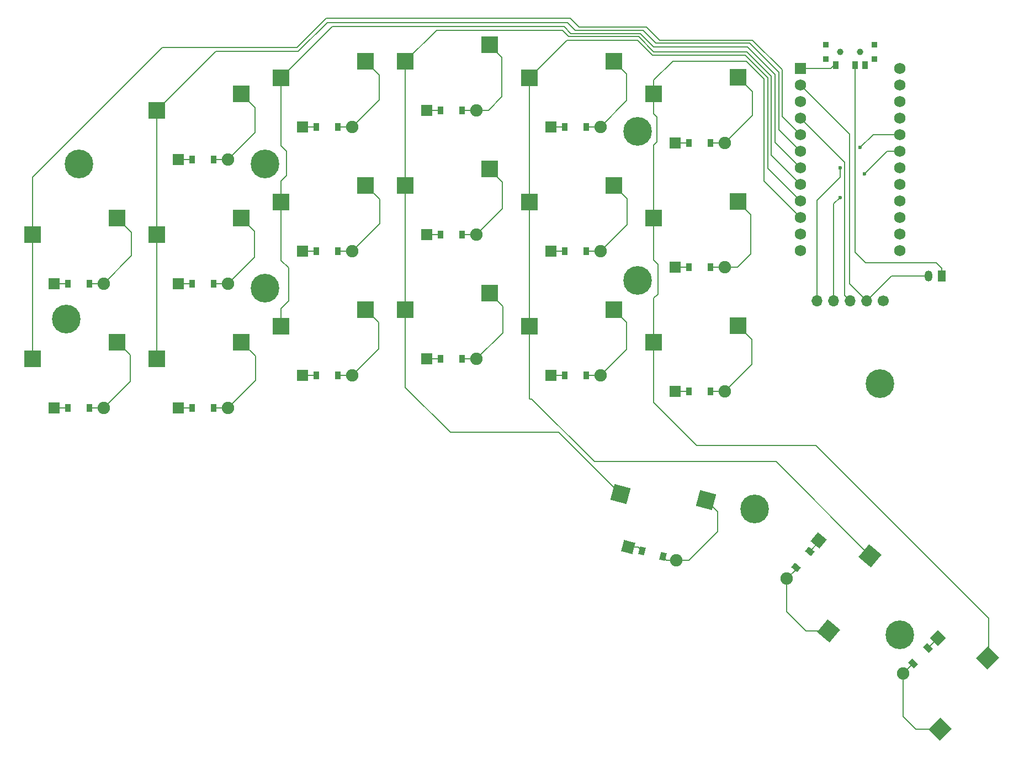
<source format=gbr>
%TF.GenerationSoftware,KiCad,Pcbnew,9.0.7*%
%TF.CreationDate,2026-02-06T22:36:50+02:00*%
%TF.ProjectId,juubo_left_finished,6a757562-6f5f-46c6-9566-745f66696e69,v1.0.0*%
%TF.SameCoordinates,Original*%
%TF.FileFunction,Copper,L2,Bot*%
%TF.FilePolarity,Positive*%
%FSLAX46Y46*%
G04 Gerber Fmt 4.6, Leading zero omitted, Abs format (unit mm)*
G04 Created by KiCad (PCBNEW 9.0.7) date 2026-02-06 22:36:50*
%MOMM*%
%LPD*%
G01*
G04 APERTURE LIST*
G04 Aperture macros list*
%AMRotRect*
0 Rectangle, with rotation*
0 The origin of the aperture is its center*
0 $1 length*
0 $2 width*
0 $3 Rotation angle, in degrees counterclockwise*
0 Add horizontal line*
21,1,$1,$2,0,0,$3*%
G04 Aperture macros list end*
%TA.AperFunction,SMDPad,CuDef*%
%ADD10R,0.900000X0.900000*%
%TD*%
%TA.AperFunction,WasherPad*%
%ADD11C,1.000000*%
%TD*%
%TA.AperFunction,SMDPad,CuDef*%
%ADD12R,0.900000X1.250000*%
%TD*%
%TA.AperFunction,ComponentPad*%
%ADD13R,1.778000X1.778000*%
%TD*%
%TA.AperFunction,SMDPad,CuDef*%
%ADD14R,0.900000X1.200000*%
%TD*%
%TA.AperFunction,ComponentPad*%
%ADD15C,1.905000*%
%TD*%
%TA.AperFunction,ComponentPad*%
%ADD16C,0.700000*%
%TD*%
%TA.AperFunction,ComponentPad*%
%ADD17C,4.400000*%
%TD*%
%TA.AperFunction,SMDPad,CuDef*%
%ADD18R,2.550000X2.500000*%
%TD*%
%TA.AperFunction,ComponentPad*%
%ADD19R,1.200000X1.700000*%
%TD*%
%TA.AperFunction,ComponentPad*%
%ADD20O,1.200000X1.700000*%
%TD*%
%TA.AperFunction,SMDPad,CuDef*%
%ADD21RotRect,2.550000X2.500000X345.000000*%
%TD*%
%TA.AperFunction,ComponentPad*%
%ADD22R,1.752600X1.752600*%
%TD*%
%TA.AperFunction,ComponentPad*%
%ADD23C,1.752600*%
%TD*%
%TA.AperFunction,SMDPad,CuDef*%
%ADD24RotRect,2.550000X2.500000X225.000000*%
%TD*%
%TA.AperFunction,ComponentPad*%
%ADD25RotRect,1.778000X1.778000X345.000000*%
%TD*%
%TA.AperFunction,SMDPad,CuDef*%
%ADD26RotRect,0.900000X1.200000X345.000000*%
%TD*%
%TA.AperFunction,ComponentPad*%
%ADD27O,1.700000X1.700000*%
%TD*%
%TA.AperFunction,ComponentPad*%
%ADD28C,1.700000*%
%TD*%
%TA.AperFunction,ComponentPad*%
%ADD29RotRect,1.778000X1.778000X230.000000*%
%TD*%
%TA.AperFunction,SMDPad,CuDef*%
%ADD30RotRect,0.900000X1.200000X230.000000*%
%TD*%
%TA.AperFunction,SMDPad,CuDef*%
%ADD31RotRect,2.550000X2.500000X230.000000*%
%TD*%
%TA.AperFunction,ComponentPad*%
%ADD32RotRect,1.778000X1.778000X225.000000*%
%TD*%
%TA.AperFunction,SMDPad,CuDef*%
%ADD33RotRect,0.900000X1.200000X225.000000*%
%TD*%
%TA.AperFunction,ViaPad*%
%ADD34C,0.600000*%
%TD*%
%TA.AperFunction,Conductor*%
%ADD35C,0.200000*%
%TD*%
G04 APERTURE END LIST*
D10*
%TO.P,T1,*%
%TO.N,*%
X214600000Y-49310500D03*
X214600000Y-51510500D03*
D11*
X216800000Y-50410500D03*
X219800000Y-50410500D03*
D10*
X222000000Y-49310500D03*
X222000000Y-51510500D03*
D12*
%TO.P,T1,1*%
%TO.N,RAW*%
X216050000Y-52485500D03*
%TO.P,T1,2*%
%TO.N,B+*%
X219050000Y-52485500D03*
%TO.P,T1,3*%
%TO.N,N/C*%
X220550000Y-52485500D03*
%TD*%
D13*
%TO.P,D1,1*%
%TO.N,P9*%
X96190000Y-105000000D03*
D14*
X98350000Y-105000000D03*
%TO.P,D1,2*%
%TO.N,outer_bottom*%
X101650000Y-105000000D03*
D15*
X103810000Y-105000000D03*
%TD*%
D16*
%TO.P,_8,1*%
%TO.N,N/C*%
X184075000Y-85475000D03*
X184558274Y-84308274D03*
X184558274Y-86641726D03*
X185725000Y-83825000D03*
D17*
X185725000Y-85475000D03*
D16*
X185725000Y-87125000D03*
X186891726Y-84308274D03*
X186891726Y-86641726D03*
X187375000Y-85475000D03*
%TD*%
%TO.P,_9,1*%
%TO.N,N/C*%
X221222500Y-101310000D03*
X221705774Y-100143274D03*
X221705774Y-102476726D03*
X222872500Y-99660000D03*
D17*
X222872500Y-101310000D03*
D16*
X222872500Y-102960000D03*
X224039226Y-100143274D03*
X224039226Y-102476726D03*
X224522500Y-101310000D03*
%TD*%
%TO.P,_3,1*%
%TO.N,N/C*%
X126925000Y-67615000D03*
X127408274Y-66448274D03*
X127408274Y-68781726D03*
X128575000Y-65965000D03*
D17*
X128575000Y-67615000D03*
D16*
X128575000Y-69265000D03*
X129741726Y-66448274D03*
X129741726Y-68781726D03*
X130225000Y-67615000D03*
%TD*%
D18*
%TO.P,S5,1*%
%TO.N,P20*%
X111965000Y-59360000D03*
%TO.P,S5,2*%
%TO.N,pinky_top*%
X124892000Y-56820000D03*
%TD*%
%TO.P,S6,1*%
%TO.N,P19*%
X131015000Y-92460000D03*
%TO.P,S6,2*%
%TO.N,ring_bottom*%
X143942000Y-89920000D03*
%TD*%
%TO.P,S8,1*%
%TO.N,P19*%
X131015000Y-54360000D03*
%TO.P,S8,2*%
%TO.N,ring_top*%
X143942000Y-51820000D03*
%TD*%
D13*
%TO.P,D9,1*%
%TO.N,P9*%
X153340000Y-97500000D03*
D14*
X155500000Y-97500000D03*
%TO.P,D9,2*%
%TO.N,middle_bottom*%
X158800000Y-97500000D03*
D15*
X160960000Y-97500000D03*
%TD*%
D19*
%TO.P,JST1,1*%
%TO.N,B+*%
X232300000Y-84822500D03*
D20*
%TO.P,JST1,2*%
%TO.N,GND*%
X230300000Y-84822500D03*
%TD*%
D21*
%TO.P,S18,1*%
%TO.N,P18*%
X183063816Y-118262815D03*
%TO.P,S18,2*%
%TO.N,layer_cluster*%
X196207739Y-119155118D03*
%TD*%
D22*
%TO.P,MCU1,1*%
%TO.N,RAW*%
X210680000Y-52955000D03*
D23*
%TO.P,MCU1,2*%
%TO.N,GND*%
X210680000Y-55495000D03*
%TO.P,MCU1,3*%
%TO.N,RST*%
X210680000Y-58035000D03*
%TO.P,MCU1,4*%
%TO.N,VCC*%
X210680000Y-60575000D03*
%TO.P,MCU1,5*%
%TO.N,P21*%
X210680000Y-63115000D03*
%TO.P,MCU1,6*%
%TO.N,P20*%
X210680000Y-65655000D03*
%TO.P,MCU1,7*%
%TO.N,P19*%
X210680000Y-68195000D03*
%TO.P,MCU1,8*%
%TO.N,P18*%
X210680000Y-70735000D03*
%TO.P,MCU1,9*%
%TO.N,P15*%
X210680000Y-73275000D03*
%TO.P,MCU1,10*%
%TO.N,P14*%
X210680000Y-75815000D03*
%TO.P,MCU1,11*%
%TO.N,P16*%
X210680000Y-78355000D03*
%TO.P,MCU1,12*%
%TO.N,P10*%
X210680000Y-80895000D03*
%TO.P,MCU1,13*%
%TO.N,P1*%
X225920000Y-52955000D03*
%TO.P,MCU1,14*%
%TO.N,P0*%
X225920000Y-55495000D03*
%TO.P,MCU1,15*%
%TO.N,GND*%
X225920000Y-58035000D03*
%TO.P,MCU1,16*%
X225920000Y-60575000D03*
%TO.P,MCU1,17*%
%TO.N,P2*%
X225920000Y-63115000D03*
%TO.P,MCU1,18*%
%TO.N,P3*%
X225920000Y-65655000D03*
%TO.P,MCU1,19*%
%TO.N,P4*%
X225920000Y-68195000D03*
%TO.P,MCU1,20*%
%TO.N,P5*%
X225920000Y-70735000D03*
%TO.P,MCU1,21*%
%TO.N,P6*%
X225920000Y-73275000D03*
%TO.P,MCU1,22*%
%TO.N,P7*%
X225920000Y-75815000D03*
%TO.P,MCU1,23*%
%TO.N,P8*%
X225920000Y-78355000D03*
%TO.P,MCU1,24*%
%TO.N,P9*%
X225920000Y-80895000D03*
%TD*%
D24*
%TO.P,S20,1*%
%TO.N,P14*%
X239411107Y-143376506D03*
%TO.P,S20,2*%
%TO.N,extra_cluster*%
X232066389Y-154313326D03*
%TD*%
D25*
%TO.P,D18,1*%
%TO.N,P8*%
X184275728Y-126393527D03*
D26*
X186362127Y-126952579D03*
%TO.P,D18,2*%
%TO.N,layer_cluster*%
X189549683Y-127806679D03*
D15*
X191636082Y-128365731D03*
%TD*%
D18*
%TO.P,S11,1*%
%TO.N,P18*%
X150065000Y-51860000D03*
%TO.P,S11,2*%
%TO.N,middle_top*%
X162992000Y-49320000D03*
%TD*%
D13*
%TO.P,D16,1*%
%TO.N,P10*%
X191440000Y-83450000D03*
D14*
X193600000Y-83450000D03*
%TO.P,D16,2*%
%TO.N,inner_home*%
X196900000Y-83450000D03*
D15*
X199060000Y-83450000D03*
%TD*%
D13*
%TO.P,D13,1*%
%TO.N,P10*%
X172390000Y-80950000D03*
D14*
X174550000Y-80950000D03*
%TO.P,D13,2*%
%TO.N,index_home*%
X177850000Y-80950000D03*
D15*
X180010000Y-80950000D03*
%TD*%
D13*
%TO.P,D6,1*%
%TO.N,P9*%
X134290000Y-100000000D03*
D14*
X136450000Y-100000000D03*
%TO.P,D6,2*%
%TO.N,ring_bottom*%
X139750000Y-100000000D03*
D15*
X141910000Y-100000000D03*
%TD*%
D13*
%TO.P,D15,1*%
%TO.N,P9*%
X191440000Y-102500000D03*
D14*
X193600000Y-102500000D03*
%TO.P,D15,2*%
%TO.N,inner_bottom*%
X196900000Y-102500000D03*
D15*
X199060000Y-102500000D03*
%TD*%
D18*
%TO.P,S9,1*%
%TO.N,P18*%
X150065000Y-89960000D03*
%TO.P,S9,2*%
%TO.N,middle_bottom*%
X162992000Y-87420000D03*
%TD*%
D13*
%TO.P,D7,1*%
%TO.N,P10*%
X134290000Y-80950000D03*
D14*
X136450000Y-80950000D03*
%TO.P,D7,2*%
%TO.N,ring_home*%
X139750000Y-80950000D03*
D15*
X141910000Y-80950000D03*
%TD*%
D13*
%TO.P,D17,1*%
%TO.N,P16*%
X191440000Y-64400000D03*
D14*
X193600000Y-64400000D03*
%TO.P,D17,2*%
%TO.N,inner_top*%
X196900000Y-64400000D03*
D15*
X199060000Y-64400000D03*
%TD*%
D18*
%TO.P,S15,1*%
%TO.N,P14*%
X188165000Y-94960000D03*
%TO.P,S15,2*%
%TO.N,inner_bottom*%
X201092000Y-92420000D03*
%TD*%
D13*
%TO.P,D12,1*%
%TO.N,P9*%
X172390000Y-100000000D03*
D14*
X174550000Y-100000000D03*
%TO.P,D12,2*%
%TO.N,index_bottom*%
X177850000Y-100000000D03*
D15*
X180010000Y-100000000D03*
%TD*%
D27*
%TO.P,DISP1,1*%
%TO.N,P2*%
X213220000Y-88625000D03*
%TO.P,DISP1,2*%
%TO.N,P3*%
X215760000Y-88625000D03*
%TO.P,DISP1,3*%
%TO.N,VCC*%
X218300000Y-88625000D03*
%TO.P,DISP1,4*%
%TO.N,GND*%
X220840000Y-88625000D03*
D28*
%TO.P,DISP1,5*%
%TO.N,P1*%
X223380000Y-88625000D03*
%TD*%
D16*
%TO.P,_5,1*%
%TO.N,N/C*%
X126925000Y-86665000D03*
X127408274Y-85498274D03*
X127408274Y-87831726D03*
X128575000Y-85015000D03*
D17*
X128575000Y-86665000D03*
D16*
X128575000Y-88315000D03*
X129741726Y-85498274D03*
X129741726Y-87831726D03*
X130225000Y-86665000D03*
%TD*%
D18*
%TO.P,S16,1*%
%TO.N,P14*%
X188165000Y-75910000D03*
%TO.P,S16,2*%
%TO.N,inner_home*%
X201092000Y-73370000D03*
%TD*%
%TO.P,S7,1*%
%TO.N,P19*%
X131015000Y-73410000D03*
%TO.P,S7,2*%
%TO.N,ring_home*%
X143942000Y-70870000D03*
%TD*%
D13*
%TO.P,D10,1*%
%TO.N,P10*%
X153340000Y-78450000D03*
D14*
X155500000Y-78450000D03*
%TO.P,D10,2*%
%TO.N,middle_home*%
X158800000Y-78450000D03*
D15*
X160960000Y-78450000D03*
%TD*%
D13*
%TO.P,D2,1*%
%TO.N,P10*%
X96190000Y-85950000D03*
D14*
X98350000Y-85950000D03*
%TO.P,D2,2*%
%TO.N,outer_home*%
X101650000Y-85950000D03*
D15*
X103810000Y-85950000D03*
%TD*%
D16*
%TO.P,_6,1*%
%TO.N,N/C*%
X202015994Y-120054036D03*
X202784772Y-119052144D03*
X202180830Y-121306086D03*
X204036822Y-118887308D03*
D17*
X203609772Y-120481086D03*
D16*
X203182722Y-122074864D03*
X205038714Y-119656086D03*
X204434772Y-121910028D03*
X205203550Y-120908136D03*
%TD*%
D13*
%TO.P,D4,1*%
%TO.N,P10*%
X115240000Y-85950000D03*
D14*
X117400000Y-85950000D03*
%TO.P,D4,2*%
%TO.N,pinky_home*%
X120700000Y-85950000D03*
D15*
X122860000Y-85950000D03*
%TD*%
D13*
%TO.P,D3,1*%
%TO.N,P9*%
X115240000Y-105000000D03*
D14*
X117400000Y-105000000D03*
%TO.P,D3,2*%
%TO.N,pinky_bottom*%
X120700000Y-105000000D03*
D15*
X122860000Y-105000000D03*
%TD*%
D18*
%TO.P,S17,1*%
%TO.N,P14*%
X188165000Y-56860000D03*
%TO.P,S17,2*%
%TO.N,inner_top*%
X201092000Y-54320000D03*
%TD*%
%TO.P,S1,1*%
%TO.N,P21*%
X92915000Y-97460000D03*
%TO.P,S1,2*%
%TO.N,outer_bottom*%
X105842000Y-94920000D03*
%TD*%
%TO.P,S10,1*%
%TO.N,P18*%
X150065000Y-70910000D03*
%TO.P,S10,2*%
%TO.N,middle_home*%
X162992000Y-68370000D03*
%TD*%
D16*
%TO.P,_1,1*%
%TO.N,N/C*%
X96445000Y-91427500D03*
X96928274Y-90260774D03*
X96928274Y-92594226D03*
X98095000Y-89777500D03*
D17*
X98095000Y-91427500D03*
D16*
X98095000Y-93077500D03*
X99261726Y-90260774D03*
X99261726Y-92594226D03*
X99745000Y-91427500D03*
%TD*%
%TO.P,_2,1*%
%TO.N,N/C*%
X98350000Y-67615000D03*
X98833274Y-66448274D03*
X98833274Y-68781726D03*
X100000000Y-65965000D03*
D17*
X100000000Y-67615000D03*
D16*
X100000000Y-69265000D03*
X101166726Y-66448274D03*
X101166726Y-68781726D03*
X101650000Y-67615000D03*
%TD*%
D18*
%TO.P,S2,1*%
%TO.N,P21*%
X92915000Y-78410000D03*
%TO.P,S2,2*%
%TO.N,outer_home*%
X105842000Y-75870000D03*
%TD*%
%TO.P,S13,1*%
%TO.N,P15*%
X169115000Y-73410000D03*
%TO.P,S13,2*%
%TO.N,index_home*%
X182042000Y-70870000D03*
%TD*%
D16*
%TO.P,_7,1*%
%TO.N,N/C*%
X227036738Y-138688388D03*
X227520012Y-139855114D03*
X225870012Y-138205114D03*
X227036738Y-141021840D03*
D17*
X225870012Y-139855114D03*
D16*
X224703286Y-138688388D03*
X225870012Y-141505114D03*
X224220012Y-139855114D03*
X224703286Y-141021840D03*
%TD*%
D18*
%TO.P,S12,1*%
%TO.N,P15*%
X169115000Y-92460000D03*
%TO.P,S12,2*%
%TO.N,index_bottom*%
X182042000Y-89920000D03*
%TD*%
D29*
%TO.P,D19,1*%
%TO.N,P8*%
X213479454Y-125350340D03*
D30*
X212091033Y-127004996D03*
%TO.P,D19,2*%
%TO.N,space_cluster*%
X209969833Y-129532942D03*
D15*
X208581412Y-131187598D03*
%TD*%
D13*
%TO.P,D14,1*%
%TO.N,P16*%
X172390000Y-61900000D03*
D14*
X174550000Y-61900000D03*
%TO.P,D14,2*%
%TO.N,index_top*%
X177850000Y-61900000D03*
D15*
X180010000Y-61900000D03*
%TD*%
D13*
%TO.P,D5,1*%
%TO.N,P16*%
X115240000Y-66900000D03*
D14*
X117400000Y-66900000D03*
%TO.P,D5,2*%
%TO.N,pinky_top*%
X120700000Y-66900000D03*
D15*
X122860000Y-66900000D03*
%TD*%
D13*
%TO.P,D11,1*%
%TO.N,P16*%
X153340000Y-59400000D03*
D14*
X155500000Y-59400000D03*
%TO.P,D11,2*%
%TO.N,middle_top*%
X158800000Y-59400000D03*
D15*
X160960000Y-59400000D03*
%TD*%
D31*
%TO.P,S19,1*%
%TO.N,P15*%
X221360559Y-127688163D03*
%TO.P,S19,2*%
%TO.N,space_cluster*%
X214996997Y-139223500D03*
%TD*%
D16*
%TO.P,_4,1*%
%TO.N,N/C*%
X184075000Y-62615000D03*
X184558274Y-61448274D03*
X184558274Y-63781726D03*
X185725000Y-60965000D03*
D17*
X185725000Y-62615000D03*
D16*
X185725000Y-64265000D03*
X186891726Y-61448274D03*
X186891726Y-63781726D03*
X187375000Y-62615000D03*
%TD*%
D13*
%TO.P,D8,1*%
%TO.N,P16*%
X134290000Y-61900000D03*
D14*
X136450000Y-61900000D03*
%TO.P,D8,2*%
%TO.N,ring_top*%
X139750000Y-61900000D03*
D15*
X141910000Y-61900000D03*
%TD*%
D32*
%TO.P,D20,1*%
%TO.N,P8*%
X231763747Y-140360695D03*
D33*
X230236396Y-141888046D03*
%TO.P,D20,2*%
%TO.N,extra_cluster*%
X227902944Y-144221498D03*
D15*
X226375593Y-145748849D03*
%TD*%
D18*
%TO.P,S3,1*%
%TO.N,P20*%
X111965000Y-97460000D03*
%TO.P,S3,2*%
%TO.N,pinky_bottom*%
X124892000Y-94920000D03*
%TD*%
%TO.P,S4,1*%
%TO.N,P20*%
X111965000Y-78410000D03*
%TO.P,S4,2*%
%TO.N,pinky_home*%
X124892000Y-75870000D03*
%TD*%
%TO.P,S14,1*%
%TO.N,P15*%
X169115000Y-54360000D03*
%TO.P,S14,2*%
%TO.N,index_top*%
X182042000Y-51820000D03*
%TD*%
D34*
%TO.N,P2*%
X216760000Y-68160000D03*
X219850000Y-65070000D03*
%TO.N,P3*%
X216750000Y-72760000D03*
X220520000Y-69120000D03*
%TD*%
D35*
%TO.N,P2*%
X219850000Y-65070000D02*
X221805000Y-63115000D01*
X213220000Y-88625000D02*
X213220000Y-73160000D01*
X221805000Y-63115000D02*
X225920000Y-63115000D01*
X216760000Y-69620000D02*
X216760000Y-68160000D01*
X213220000Y-73160000D02*
X213730000Y-72650000D01*
X213730000Y-72650000D02*
X216760000Y-69620000D01*
%TO.N,P3*%
X215770000Y-74040000D02*
X215770000Y-73740000D01*
X220520000Y-69120000D02*
X223985000Y-65655000D01*
X215770000Y-73740000D02*
X216750000Y-72760000D01*
X223985000Y-65655000D02*
X225920000Y-65655000D01*
X215760000Y-88625000D02*
X215760000Y-74050000D01*
X215760000Y-74050000D02*
X215770000Y-74040000D01*
%TO.N,VCC*%
X217450000Y-87775000D02*
X217450000Y-67345000D01*
X217450000Y-67345000D02*
X210680000Y-60575000D01*
X218300000Y-88625000D02*
X217450000Y-87775000D01*
%TO.N,GND*%
X218180000Y-85965000D02*
X218180000Y-62995000D01*
X218180000Y-62995000D02*
X210680000Y-55495000D01*
X220840000Y-88625000D02*
X224642500Y-84822500D01*
X224642500Y-84822500D02*
X230300000Y-84822500D01*
X220840000Y-88625000D02*
X218180000Y-85965000D01*
%TO.N,P21*%
X92915000Y-97460000D02*
X92915000Y-78410000D01*
X187070000Y-46590000D02*
X189110000Y-48630000D01*
X189110000Y-48630000D02*
X203320000Y-48630000D01*
X175380000Y-45280000D02*
X176690000Y-46590000D01*
X112830000Y-49710000D02*
X133470000Y-49710000D01*
X92915000Y-69625000D02*
X112830000Y-49710000D01*
X207850000Y-53160000D02*
X207850000Y-60285000D01*
X176690000Y-46590000D02*
X187070000Y-46590000D01*
X203320000Y-48630000D02*
X207850000Y-53160000D01*
X92915000Y-78410000D02*
X92915000Y-69625000D01*
X207850000Y-60285000D02*
X210680000Y-63115000D01*
X137900000Y-45280000D02*
X175380000Y-45280000D01*
X133470000Y-49710000D02*
X137900000Y-45280000D01*
%TO.N,outer_bottom*%
X107860000Y-96938000D02*
X107860000Y-100950000D01*
X107860000Y-100950000D02*
X103810000Y-105000000D01*
X105842000Y-94920000D02*
X107860000Y-96938000D01*
X101650000Y-105000000D02*
X103810000Y-105000000D01*
%TO.N,outer_home*%
X108080000Y-81680000D02*
X103810000Y-85950000D01*
X101650000Y-85950000D02*
X103810000Y-85950000D01*
X108080000Y-78108000D02*
X108080000Y-81680000D01*
X105842000Y-75870000D02*
X108080000Y-78108000D01*
%TO.N,P20*%
X207360000Y-53550000D02*
X207360000Y-62335000D01*
X174900000Y-45890000D02*
X176090000Y-47080000D01*
X111965000Y-97460000D02*
X111965000Y-78410000D01*
X188520000Y-49080000D02*
X202890000Y-49080000D01*
X120975000Y-50350000D02*
X133610000Y-50350000D01*
X111965000Y-78410000D02*
X111965000Y-59360000D01*
X111965000Y-59360000D02*
X120975000Y-50350000D01*
X186520000Y-47080000D02*
X188520000Y-49080000D01*
X133610000Y-50350000D02*
X138070000Y-45890000D01*
X176090000Y-47080000D02*
X186520000Y-47080000D01*
X138070000Y-45890000D02*
X174900000Y-45890000D01*
X207360000Y-62335000D02*
X210680000Y-65655000D01*
X202890000Y-49080000D02*
X207360000Y-53550000D01*
%TO.N,pinky_bottom*%
X124892000Y-94920000D02*
X127070000Y-97098000D01*
X127070000Y-100790000D02*
X122860000Y-105000000D01*
X120700000Y-105000000D02*
X122860000Y-105000000D01*
X127070000Y-97098000D02*
X127070000Y-100790000D01*
%TO.N,pinky_home*%
X126940000Y-77890000D02*
X126940000Y-81870000D01*
X124892000Y-75870000D02*
X124920000Y-75870000D01*
X124920000Y-75870000D02*
X126940000Y-77890000D01*
X120700000Y-85950000D02*
X122860000Y-85950000D01*
X126940000Y-81870000D02*
X122860000Y-85950000D01*
%TO.N,pinky_top*%
X126980000Y-62780000D02*
X122860000Y-66900000D01*
X126972000Y-58900000D02*
X126980000Y-58900000D01*
X124892000Y-56820000D02*
X126972000Y-58900000D01*
X120700000Y-66900000D02*
X122860000Y-66900000D01*
X126980000Y-58900000D02*
X126980000Y-62780000D01*
%TO.N,P19*%
X138845000Y-46530000D02*
X174390000Y-46530000D01*
X206760000Y-53870000D02*
X206760000Y-64275000D01*
X131015000Y-92460000D02*
X131015000Y-89765000D01*
X131015000Y-73410000D02*
X131015000Y-70225000D01*
X186100000Y-47610000D02*
X188170000Y-49680000D01*
X206760000Y-64275000D02*
X210680000Y-68195000D01*
X175470000Y-47610000D02*
X186100000Y-47610000D01*
X131820000Y-69420000D02*
X131820000Y-65640000D01*
X131015000Y-82405000D02*
X131015000Y-73410000D01*
X202570000Y-49680000D02*
X206760000Y-53870000D01*
X188170000Y-49680000D02*
X202570000Y-49680000D01*
X132150000Y-83550000D02*
X131010000Y-82410000D01*
X132150000Y-88630000D02*
X132150000Y-83550000D01*
X131010000Y-82410000D02*
X131015000Y-82405000D01*
X174390000Y-46530000D02*
X175470000Y-47610000D01*
X131015000Y-54360000D02*
X138845000Y-46530000D01*
X131820000Y-65640000D02*
X131015000Y-64835000D01*
X131015000Y-89765000D02*
X132150000Y-88630000D01*
X131015000Y-70225000D02*
X131820000Y-69420000D01*
X131015000Y-64835000D02*
X131015000Y-54360000D01*
%TO.N,ring_bottom*%
X143942000Y-89920000D02*
X143960000Y-89920000D01*
X139750000Y-100000000D02*
X141910000Y-100000000D01*
X145960000Y-95950000D02*
X141910000Y-100000000D01*
X143960000Y-89920000D02*
X145960000Y-91920000D01*
X145960000Y-91920000D02*
X145960000Y-95950000D01*
%TO.N,ring_home*%
X139750000Y-80950000D02*
X141910000Y-80950000D01*
X143942000Y-70870000D02*
X143942000Y-70872000D01*
X146120000Y-76740000D02*
X141910000Y-80950000D01*
X146120000Y-73050000D02*
X146120000Y-76740000D01*
X143942000Y-70872000D02*
X146120000Y-73050000D01*
%TO.N,ring_top*%
X146030000Y-57780000D02*
X141910000Y-61900000D01*
X143942000Y-51852000D02*
X146030000Y-53940000D01*
X139750000Y-61900000D02*
X141910000Y-61900000D01*
X146030000Y-53940000D02*
X146030000Y-57780000D01*
X143942000Y-51820000D02*
X143942000Y-51852000D01*
%TO.N,P18*%
X188140000Y-50380000D02*
X202470000Y-50380000D01*
X156980000Y-108790000D02*
X150065000Y-101875000D01*
X175140000Y-48070000D02*
X185830000Y-48070000D01*
X150065000Y-51860000D02*
X150065000Y-70910000D01*
X206200000Y-66255000D02*
X210680000Y-70735000D01*
X173591001Y-108790000D02*
X156980000Y-108790000D01*
X150065000Y-70910000D02*
X150065000Y-89960000D01*
X185830000Y-48070000D02*
X188140000Y-50380000D01*
X150065000Y-51860000D02*
X154835000Y-47090000D01*
X154835000Y-47090000D02*
X174160000Y-47090000D01*
X183063816Y-118262815D02*
X173591001Y-108790000D01*
X202470000Y-50380000D02*
X206200000Y-54110000D01*
X150065000Y-101875000D02*
X150065000Y-89960000D01*
X206200000Y-54110000D02*
X206200000Y-66255000D01*
X174160000Y-47090000D02*
X175140000Y-48070000D01*
%TO.N,middle_bottom*%
X162992000Y-87462000D02*
X164990000Y-89460000D01*
X162992000Y-87420000D02*
X162992000Y-87462000D01*
X164990000Y-89460000D02*
X164990000Y-93470000D01*
X158800000Y-97500000D02*
X160960000Y-97500000D01*
X164990000Y-93470000D02*
X160960000Y-97500000D01*
%TO.N,middle_home*%
X162992000Y-68370000D02*
X162992000Y-68412000D01*
X164980000Y-74430000D02*
X160960000Y-78450000D01*
X164980000Y-70400000D02*
X164980000Y-74430000D01*
X162992000Y-68412000D02*
X164980000Y-70400000D01*
X158800000Y-78450000D02*
X160960000Y-78450000D01*
%TO.N,middle_top*%
X164900000Y-57290000D02*
X162790000Y-59400000D01*
X162992000Y-49342000D02*
X164900000Y-51250000D01*
X158800000Y-59400000D02*
X160960000Y-59400000D01*
X164900000Y-51250000D02*
X164900000Y-57290000D01*
X162790000Y-59400000D02*
X160960000Y-59400000D01*
X162992000Y-49320000D02*
X162992000Y-49342000D01*
%TO.N,P15*%
X169115000Y-103575000D02*
X169115000Y-92460000D01*
X206902396Y-113230000D02*
X179050000Y-113230000D01*
X169180000Y-103640000D02*
X169115000Y-103575000D01*
X169115000Y-54360000D02*
X174855000Y-48620000D01*
X169460000Y-103640000D02*
X169180000Y-103640000D01*
X205710000Y-68305000D02*
X210680000Y-73275000D01*
X179050000Y-113230000D02*
X169460000Y-103640000D01*
X221360559Y-127688163D02*
X206902396Y-113230000D01*
X188010000Y-50920000D02*
X202240000Y-50920000D01*
X185710000Y-48620000D02*
X188010000Y-50920000D01*
X174855000Y-48620000D02*
X185710000Y-48620000D01*
X169115000Y-92460000D02*
X169115000Y-73410000D01*
X205710000Y-54390000D02*
X205710000Y-68305000D01*
X202240000Y-50920000D02*
X205710000Y-54390000D01*
X169115000Y-73410000D02*
X169115000Y-54360000D01*
%TO.N,index_bottom*%
X177850000Y-100000000D02*
X180010000Y-100000000D01*
X182042000Y-89920000D02*
X182042000Y-89942000D01*
X183970000Y-91870000D02*
X183970000Y-96040000D01*
X183970000Y-96040000D02*
X180010000Y-100000000D01*
X182042000Y-89942000D02*
X183970000Y-91870000D01*
%TO.N,index_home*%
X184050000Y-72950000D02*
X184050000Y-76910000D01*
X184050000Y-76910000D02*
X180010000Y-80950000D01*
X182042000Y-70870000D02*
X182042000Y-70942000D01*
X177850000Y-80950000D02*
X180010000Y-80950000D01*
X182042000Y-70942000D02*
X184050000Y-72950000D01*
%TO.N,index_top*%
X177850000Y-61900000D02*
X180010000Y-61900000D01*
X182070000Y-51820000D02*
X184010000Y-53760000D01*
X182042000Y-51820000D02*
X182070000Y-51820000D01*
X184010000Y-53760000D02*
X184010000Y-57900000D01*
X184010000Y-57900000D02*
X180010000Y-61900000D01*
%TO.N,P14*%
X188165000Y-75910000D02*
X188165000Y-64705000D01*
X205110000Y-54590000D02*
X205110000Y-70245000D01*
X188800000Y-87570000D02*
X188800000Y-83110000D01*
X239411107Y-143376506D02*
X239500000Y-143287613D01*
X188165000Y-59915000D02*
X188165000Y-56860000D01*
X188165000Y-104205000D02*
X188165000Y-94960000D01*
X188180000Y-82010000D02*
X188165000Y-81995000D01*
X188165000Y-88205000D02*
X188800000Y-87570000D01*
X188165000Y-54735000D02*
X191080000Y-51820000D01*
X188180000Y-82370000D02*
X188180000Y-82010000D01*
X188860000Y-83050000D02*
X188180000Y-82370000D01*
X188165000Y-56860000D02*
X188165000Y-54735000D01*
X188800000Y-83110000D02*
X188860000Y-83050000D01*
X202340000Y-51820000D02*
X205110000Y-54590000D01*
X188630000Y-64240000D02*
X188630000Y-60380000D01*
X191080000Y-51820000D02*
X202340000Y-51820000D01*
X194780000Y-110820000D02*
X188165000Y-104205000D01*
X239500000Y-143287613D02*
X239500000Y-137300000D01*
X239500000Y-137300000D02*
X213020000Y-110820000D01*
X188165000Y-64705000D02*
X188630000Y-64240000D01*
X188165000Y-81995000D02*
X188165000Y-75910000D01*
X213020000Y-110820000D02*
X194780000Y-110820000D01*
X205110000Y-70245000D02*
X210680000Y-75815000D01*
X188165000Y-94960000D02*
X188165000Y-88205000D01*
X188630000Y-60380000D02*
X188165000Y-59915000D01*
%TO.N,inner_bottom*%
X201092000Y-92420000D02*
X201150000Y-92420000D01*
X196900000Y-102500000D02*
X199060000Y-102500000D01*
X203230000Y-94500000D02*
X203230000Y-98330000D01*
X203230000Y-98330000D02*
X199060000Y-102500000D01*
X201150000Y-92420000D02*
X203230000Y-94500000D01*
%TO.N,inner_home*%
X203070000Y-75370000D02*
X203070000Y-81430000D01*
X201050000Y-83450000D02*
X199060000Y-83450000D01*
X203070000Y-81430000D02*
X201050000Y-83450000D01*
X201092000Y-73370000D02*
X201092000Y-73392000D01*
X201092000Y-73392000D02*
X203070000Y-75370000D01*
X196900000Y-83450000D02*
X199060000Y-83450000D01*
%TO.N,inner_top*%
X196900000Y-64400000D02*
X199060000Y-64400000D01*
X201092000Y-54320000D02*
X203192000Y-56420000D01*
X203320000Y-60140000D02*
X199060000Y-64400000D01*
X203192000Y-56420000D02*
X203320000Y-56420000D01*
X203320000Y-56420000D02*
X203320000Y-60140000D01*
%TO.N,layer_cluster*%
X193544269Y-128365731D02*
X191636082Y-128365731D01*
X197960000Y-120907379D02*
X197960000Y-123950000D01*
X189549683Y-127806679D02*
X190108735Y-128365731D01*
X190108735Y-128365731D02*
X191636082Y-128365731D01*
X197960000Y-123950000D02*
X193544269Y-128365731D01*
X196207739Y-119155118D02*
X197960000Y-120907379D01*
%TO.N,space_cluster*%
X208581412Y-131187598D02*
X209969833Y-129799177D01*
X208581412Y-136301412D02*
X208581412Y-131187598D01*
X214996997Y-139223500D02*
X211503500Y-139223500D01*
X211503500Y-139223500D02*
X208581412Y-136301412D01*
X209969833Y-129799177D02*
X209969833Y-129532942D01*
%TO.N,extra_cluster*%
X228353326Y-154313326D02*
X226375593Y-152335593D01*
X226375593Y-145748849D02*
X227902944Y-144221498D01*
X226375593Y-152335593D02*
X226375593Y-145748849D01*
X232066389Y-154313326D02*
X228353326Y-154313326D01*
%TO.N,P9*%
X96190000Y-105000000D02*
X98350000Y-105000000D01*
X134290000Y-100000000D02*
X136450000Y-100000000D01*
X153340000Y-97500000D02*
X155500000Y-97500000D01*
X115240000Y-105000000D02*
X117400000Y-105000000D01*
X191440000Y-102500000D02*
X193600000Y-102500000D01*
X172390000Y-100000000D02*
X174550000Y-100000000D01*
%TO.N,P10*%
X191440000Y-83450000D02*
X193600000Y-83450000D01*
X172390000Y-80950000D02*
X174550000Y-80950000D01*
X115240000Y-85950000D02*
X117400000Y-85950000D01*
X96190000Y-85950000D02*
X98350000Y-85950000D01*
X134290000Y-80950000D02*
X136450000Y-80950000D01*
X153340000Y-78450000D02*
X155500000Y-78450000D01*
%TO.N,P16*%
X153340000Y-59400000D02*
X155500000Y-59400000D01*
X134290000Y-61900000D02*
X136450000Y-61900000D01*
X115240000Y-66900000D02*
X117400000Y-66900000D01*
X172390000Y-61900000D02*
X174550000Y-61900000D01*
X191440000Y-64400000D02*
X193600000Y-64400000D01*
%TO.N,P8*%
X184275728Y-126393527D02*
X185803075Y-126393527D01*
X213479454Y-125616575D02*
X213479454Y-125350340D01*
X230236396Y-141888046D02*
X231763747Y-140360695D01*
X212091033Y-127004996D02*
X213479454Y-125616575D01*
X185803075Y-126393527D02*
X186362127Y-126952579D01*
%TO.N,RAW*%
X216050000Y-52485500D02*
X215824500Y-52485500D01*
X215824500Y-52485500D02*
X215355000Y-52955000D01*
X215355000Y-52955000D02*
X210680000Y-52955000D01*
%TO.N,B+*%
X231460000Y-82760000D02*
X220670000Y-82760000D01*
X232300000Y-84822500D02*
X232300000Y-83600000D01*
X219050000Y-81140000D02*
X219050000Y-52485500D01*
X220670000Y-82760000D02*
X219050000Y-81140000D01*
X232300000Y-83600000D02*
X231460000Y-82760000D01*
%TD*%
M02*

</source>
